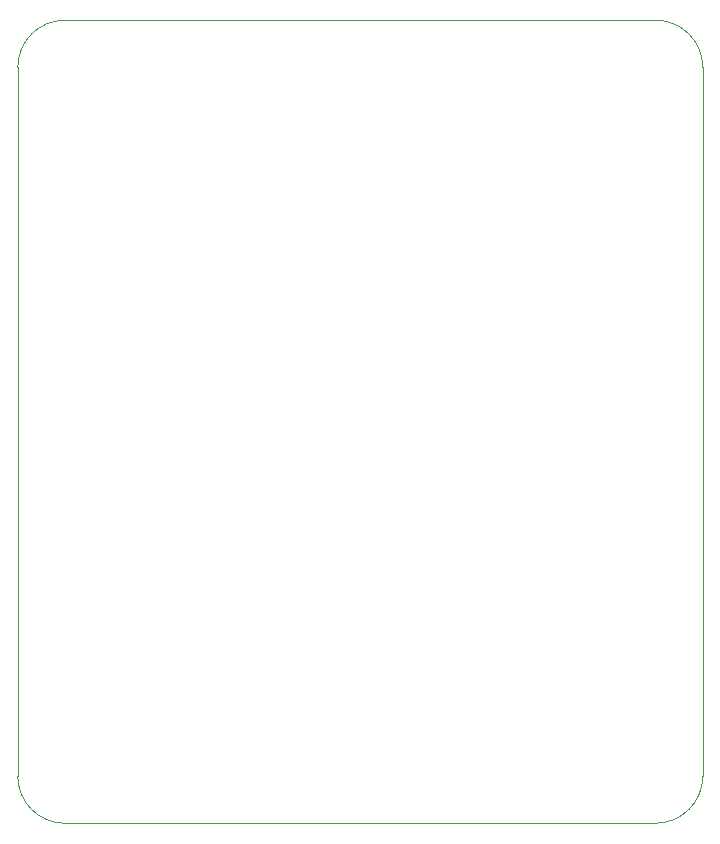
<source format=gbr>
G04 #@! TF.GenerationSoftware,KiCad,Pcbnew,7.0.11-2.fc39*
G04 #@! TF.CreationDate,2024-04-29T12:27:34+02:00*
G04 #@! TF.ProjectId,pami kicad,70616d69-206b-4696-9361-642e6b696361,rev?*
G04 #@! TF.SameCoordinates,Original*
G04 #@! TF.FileFunction,Profile,NP*
%FSLAX46Y46*%
G04 Gerber Fmt 4.6, Leading zero omitted, Abs format (unit mm)*
G04 Created by KiCad (PCBNEW 7.0.11-2.fc39) date 2024-04-29 12:27:34*
%MOMM*%
%LPD*%
G01*
G04 APERTURE LIST*
G04 #@! TA.AperFunction,Profile*
%ADD10C,0.100000*%
G04 #@! TD*
G04 APERTURE END LIST*
D10*
X140000000Y-45000000D02*
G75*
G03*
X136000000Y-41000000I-4000000J0D01*
G01*
X86000000Y-41000000D02*
X136000000Y-41000000D01*
X140000000Y-45000000D02*
X140000000Y-105000000D01*
X86000000Y-41000000D02*
G75*
G03*
X82000000Y-45000000I0J-4000000D01*
G01*
X82000000Y-105000000D02*
G75*
G03*
X86000000Y-109000000I4000000J0D01*
G01*
X136000000Y-109000000D02*
G75*
G03*
X140000000Y-105000000I0J4000000D01*
G01*
X136000000Y-109000000D02*
X86000000Y-109000000D01*
X82000000Y-105000000D02*
X82000000Y-45000000D01*
M02*

</source>
